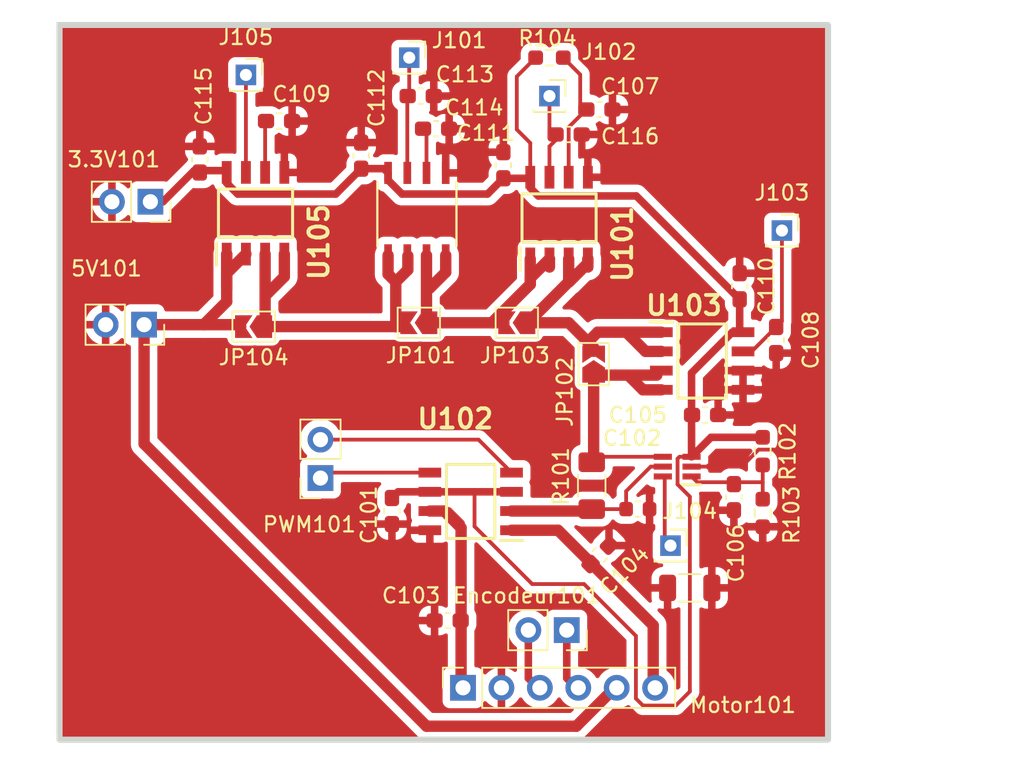
<source format=kicad_pcb>
(kicad_pcb (version 20221018) (generator pcbnew)
  (layers (0 "F.Cu" signal) (31 "B.Cu" signal) (34 "B.Paste" user) (35 "F.Paste" user) (36 "B.SilkS" user "B.Silkscreen") (37 "F.SilkS" user "F.Silkscreen") (38 "B.Mask" user) (39 "F.Mask" user) (44 "Edge.Cuts" user))
  (net 0 "")
  (net 1 "+3.3V")
  (net 2 "+5V")
  (net 3 "GND")
  (net 4 "/M2_VM")
  (net 5 "/REF")
  (net 6 "Net-(U101-FILTER)")
  (net 7 "/Imes")
  (net 8 "/Uref")
  (net 9 "/OutNCS199")
  (net 10 "Net-(PWM101-Pin_1)")
  (net 11 "Net-(PWM101-Pin_2)")
  (net 12 "Net-(U105-FILTER)")
  (net 13 "/Motor-")
  (net 14 "/Motor+")
  (net 15 "/IP")
  (net 16 "/IP2")
  (net 17 "Net-(Encodeur101-Pin_1)")
  (net 18 "Net-(Encodeur101-Pin_2)")
  (net 19 "Net-(J102-Pin_1)")
  (net 20 "Net-(J103-Pin_1)")
  (net 21 "Net-(IC101-IN+)")
  (net 22 "/MCS18001")
  (net 23 "Net-(JP101-B)")
  (footprint "Connector_PinSocket_2.54mm:PinSocket_1x02_P2.54mm_Vertical" (layer "F.Cu") (at 105.512 95.357 180)
    (fp_text reference "PWM101" (at 0.737 -3.068) (layer "F.SilkS"))
    (fp_text value "Conn_01x02" hide)
    (fp_line (start -1.33 1.27) (end -1.33 3.87) (stroke (width 0.12)) (layer "F.SilkS"))
    (fp_line (start -1.33 1.27) (end 1.33 1.27) (stroke (width 0.12)) (layer "F.SilkS"))
    (fp_line (start -1.33 3.87) (end 1.33 3.87) (stroke (width 0.12)) (layer "F.SilkS"))
    (fp_line (start 0 -1.33) (end 1.33 -1.33) (stroke (width 0.12)) (layer "F.SilkS"))
    (fp_line (start 1.33 -1.33) (end 1.33 0) (stroke (width 0.12)) (layer "F.SilkS"))
    (fp_line (start 1.33 1.27) (end 1.33 3.87) (stroke (width 0.12)) (layer "F.SilkS"))
    (pad "1" thru_hole rect (at 0 0 180) (size 1.7 1.7) (drill 1) (layers "*.Cu" "*.Mask") (net 10 "Net-(PWM101-Pin_1)"))
    (pad "2" thru_hole oval (at 0 2.54 180) (size 1.7 1.7) (drill 1) (layers "*.Cu" "*.Mask") (net 11 "Net-(PWM101-Pin_2)"))
  )
  (footprint "Capacitor_SMD:C_0603_1608Metric_Pad1.08x0.95mm_HandSolder" (layer "F.Cu") (at 110.236 97.536 -90)
    (fp_text reference "C101" (at 0.254 1.524 90) (layer "F.SilkS"))
    (fp_text value "1uF" hide)
    (fp_line (start -0.146267 -0.51) (end 0.146267 -0.51) (stroke (width 0.12)) (layer "F.SilkS"))
    (fp_line (start -0.146267 0.51) (end 0.146267 0.51) (stroke (width 0.12)) (layer "F.SilkS"))
    (pad "1" smd roundrect (at -0.8625 0 270) (size 1.075 0.95) (layers "F.Cu" "F.Paste" "F.Mask") (net 1 "+3.3V"))
    (pad "2" smd roundrect (at 0.8625 0 270) (size 1.075 0.95) (layers "F.Cu" "F.Paste" "F.Mask") (net 3 "GND"))
  )
  (footprint "Connector_PinSocket_2.00mm:PinSocket_1x01_P2.00mm_Vertical" (layer "F.Cu") (at 120.65 70.104)
    (fp_text reference "J102" (at 3.937 -2.921) (layer "F.SilkS"))
    (fp_text value "Conn_01x01" hide)
    (fp_line (start -1.06 0.94) (end -1.06 1.06) (stroke (width 0.12)) (layer "F.SilkS"))
    (fp_line (start -1.06 1.06) (end 1.06 1.06) (stroke (width 0.12)) (layer "F.SilkS"))
    (fp_line (start 0 -1.06) (end 1.06 -1.06) (stroke (width 0.12)) (layer "F.SilkS"))
    (fp_line (start 1.06 -1.06) (end 1.06 0) (stroke (width 0.12)) (layer "F.SilkS"))
    (fp_line (start 1.06 0.94) (end 1.06 1.06) (stroke (width 0.12)) (layer "F.SilkS"))
    (pad "1" thru_hole rect (at 0 0) (size 1.35 1.35) (drill 0.8) (layers "*.Cu" "*.Mask") (net 19 "Net-(J102-Pin_1)"))
  )
  (footprint "Jumper:SolderJumper-2_P1.3mm_Open_TrianglePad1.0x1.5mm" (layer "F.Cu") (at 101.092 85.344 180)
    (fp_text reference "JP104" (at 0 -2.032) (layer "F.SilkS"))
    (fp_text value "SolderJumper_2_Open" hide)
    (fp_line (start -1.4 -1) (end 1.4 -1) (stroke (width 0.12)) (layer "F.SilkS"))
    (fp_line (start -1.4 1) (end -1.4 -1) (stroke (width 0.12)) (layer "F.SilkS"))
    (fp_line (start 1.4 -1) (end 1.4 1) (stroke (width 0.12)) (layer "F.SilkS"))
    (fp_line (start 1.4 1) (end -1.4 1) (stroke (width 0.12)) (layer "F.SilkS"))
    (pad "1" smd custom (at -0.725 0 180) (size 0.3 0.3) (layers "F.Cu" "F.Mask") (net 23 "Net-(JP101-B)") (options (clearance outline) (anchor rect)) (primitives (gr_poly (pts (xy 1 0) (xy 0.5 0.75) (xy -0.5 0.75) (xy -0.5 -0.75) (xy 0.5 -0.75)) (width 0) (fill yes))))
    (pad "2" smd custom (at 0.725 0 180) (size 0.3 0.3) (layers "F.Cu" "F.Mask") (net 2 "+5V") (options (clearance outline) (anchor rect)) (primitives (gr_poly (pts (xy 0.5 0.75) (xy -0.65 0.75) (xy -0.15 0) (xy -0.65 -0.75) (xy 0.5 -0.75)) (width 0) (fill yes))))
  )
  (footprint "Connector_PinSocket_2.54mm:PinSocket_1x02_P2.54mm_Vertical" (layer "F.Cu") (at 93.853 85.217 -90)
    (fp_text reference "5V101" (at -3.708 2.487) (layer "F.SilkS"))
    (fp_text value "Conn_01x02" hide)
    (fp_line (start -1.33 1.27) (end -1.33 3.87) (stroke (width 0.12)) (layer "F.SilkS"))
    (fp_line (start -1.33 1.27) (end 1.33 1.27) (stroke (width 0.12)) (layer "F.SilkS"))
    (fp_line (start -1.33 3.87) (end 1.33 3.87) (stroke (width 0.12)) (layer "F.SilkS"))
    (fp_line (start 0 -1.33) (end 1.33 -1.33) (stroke (width 0.12)) (layer "F.SilkS"))
    (fp_line (start 1.33 -1.33) (end 1.33 0) (stroke (width 0.12)) (layer "F.SilkS"))
    (fp_line (start 1.33 1.27) (end 1.33 3.87) (stroke (width 0.12)) (layer "F.SilkS"))
    (pad "1" thru_hole rect (at 0 0 270) (size 1.7 1.7) (drill 1) (layers "*.Cu" "*.Mask") (net 2 "+5V"))
    (pad "2" thru_hole oval (at 0 2.54 270) (size 1.7 1.7) (drill 1) (layers "*.Cu" "*.Mask") (net 3 "GND"))
  )
  (footprint "test:SOIC8-GO-SME&slash_SP3_LEM" (layer "F.Cu") (at 111.887 77.90815 90)
    (fp_text reference "U104" hide)
    (fp_text value "GO 10-SME/SP3" hide)
    (fp_line (start -2.1209 2.6162) (end 2.1209 2.6162) (stroke (width 0.1524)) (layer "F.SilkS"))
    (fp_line (start 2.1209 -2.6162) (end -2.1209 -2.6162) (stroke (width 0.1524)) (layer "F.SilkS"))
    (pad "1" smd rect (at -2.72415 -1.905 90) (size 1.4605 0.508) (layers "F.Cu" "F.Paste" "F.Mask") (net 23 "Net-(JP101-B)"))
    (pad "2" smd rect (at -2.72415 -0.635 90) (size 1.4605 0.508) (layers "F.Cu" "F.Paste" "F.Mask") (net 23 "Net-(JP101-B)"))
    (pad "3" smd rect (at -2.72415 0.635 90) (size 1.4605 0.508) (layers "F.Cu" "F.Paste" "F.Mask") (net 15 "/IP"))
    (pad "4" smd rect (at -2.72415 1.905 90) (size 1.4605 0.508) (layers "F.Cu" "F.Paste" "F.Mask") (net 15 "/IP"))
    (pad "5" smd rect (at 2.72415 1.905 90) (size 1.4605 0.508) (layers "F.Cu" "F.Paste" "F.Mask") (net 3 "GND"))
    (pad "6" smd rect (at 2.72415 0.635 90) (size 1.4605 0.508) (layers "F.Cu" "F.Paste" "F.Mask") (net 8 "/Uref"))
    (pad "7" smd rect (at 2.72415 -0.635 90) (size 1.4605 0.508) (layers "F.Cu" "F.Paste" "F.Mask") (net 7 "/Imes"))
    (pad "8" smd rect (at 2.72415 -1.905 90) (size 1.4605 0.508) (layers "F.Cu" "F.Paste" "F.Mask") (net 1 "+3.3V"))
  )
  (footprint "Connector_PinSocket_2.54mm:PinSocket_1x02_P2.54mm_Vertical" (layer "F.Cu") (at 121.793 105.41 -90)
    (fp_text reference "Encodeur101" (at -2.286 2.667 -180) (layer "F.SilkS"))
    (fp_text value "Conn_01x02" hide)
    (fp_line (start -1.33 1.27) (end -1.33 3.87) (stroke (width 0.12)) (layer "F.SilkS"))
    (fp_line (start -1.33 1.27) (end 1.33 1.27) (stroke (width 0.12)) (layer "F.SilkS"))
    (fp_line (start -1.33 3.87) (end 1.33 3.87) (stroke (width 0.12)) (layer "F.SilkS"))
    (fp_line (start 0 -1.33) (end 1.33 -1.33) (stroke (width 0.12)) (layer "F.SilkS"))
    (fp_line (start 1.33 -1.33) (end 1.33 0) (stroke (width 0.12)) (layer "F.SilkS"))
    (fp_line (start 1.33 1.27) (end 1.33 3.87) (stroke (width 0.12)) (layer "F.SilkS"))
    (pad "1" thru_hole rect (at 0 0 270) (size 1.7 1.7) (drill 1) (layers "*.Cu" "*.Mask") (net 17 "Net-(Encodeur101-Pin_1)"))
    (pad "2" thru_hole oval (at 0 2.54 270) (size 1.7 1.7) (drill 1) (layers "*.Cu" "*.Mask") (net 18 "Net-(Encodeur101-Pin_2)"))
  )
  (footprint "Capacitor_SMD:C_0603_1608Metric_Pad1.08x0.95mm_HandSolder" (layer "F.Cu") (at 133.223 82.677 -90)
    (fp_text reference "C110" (at 0 -1.778 90) (layer "F.SilkS"))
    (fp_text value "100nF" hide)
    (fp_line (start -0.146267 -0.51) (end 0.146267 -0.51) (stroke (width 0.12)) (layer "F.SilkS"))
    (fp_line (start -0.146267 0.51) (end 0.146267 0.51) (stroke (width 0.12)) (layer "F.SilkS"))
    (pad "1" smd roundrect (at -0.8625 0 270) (size 1.075 0.95) (layers "F.Cu" "F.Paste" "F.Mask") (net 3 "GND"))
    (pad "2" smd roundrect (at 0.8625 0 270) (size 1.075 0.95) (layers "F.Cu" "F.Paste" "F.Mask") (net 1 "+3.3V"))
  )
  (footprint "Resistor_SMD:R_1206_3216Metric" (layer "F.Cu") (at 129.921 102.616)
    (fp_text reference "GND" hide)
    (fp_text value "R_1206_3216Metric" hide)
    (fp_line (start -0.727064 -0.91) (end 0.727064 -0.91) (stroke (width 0.12)) (layer "F.SilkS"))
    (fp_line (start -0.727064 0.91) (end 0.727064 0.91) (stroke (width 0.12)) (layer "F.SilkS"))
    (pad "1" smd roundrect (at -1.4625 0) (size 1.125 1.75) (layers "F.Cu" "F.Paste" "F.Mask") (roundrect_rratio 0.2222222222) (net 3 "GND"))
    (pad "GND" smd roundrect (at 1.4625 0) (size 1.125 1.75) (layers "F.Cu" "F.Paste" "F.Mask") (roundrect_rratio 0.2222222222) (net 3 "GND"))
  )
  (footprint "Connector_PinSocket_2.54mm:PinSocket_1x06_P2.54mm_Vertical" (layer "F.Cu") (at 114.935 109.22 90)
    (fp_text reference "Motor101" (at -1.143 18.502 180) (layer "F.SilkS"))
    (fp_text value "Conn_01x06" hide)
    (fp_line (start -1.33 1.27) (end -1.33 14.03) (stroke (width 0.12)) (layer "F.SilkS"))
    (fp_line (start -1.33 1.27) (end 1.33 1.27) (stroke (width 0.12)) (layer "F.SilkS"))
    (fp_line (start -1.33 14.03) (end 1.33 14.03) (stroke (width 0.12)) (layer "F.SilkS"))
    (fp_line (start 0 -1.33) (end 1.33 -1.33) (stroke (width 0.12)) (layer "F.SilkS"))
    (fp_line (start 1.33 -1.33) (end 1.33 0) (stroke (width 0.12)) (layer "F.SilkS"))
    (fp_line (start 1.33 1.27) (end 1.33 14.03) (stroke (width 0.12)) (layer "F.SilkS"))
    (pad "1" thru_hole rect (at 0 0 90) (size 1.7 1.7) (drill 1) (layers "*.Cu" "*.Mask") (net 13 "/Motor-"))
    (pad "2" thru_hole oval (at 0 2.54 90) (size 1.7 1.7) (drill 1) (layers "*.Cu" "*.Mask") (net 3 "GND"))
    (pad "3" thru_hole oval (at 0 5.08 90) (size 1.7 1.7) (drill 1) (layers "*.Cu" "*.Mask") (net 18 "Net-(Encodeur101-Pin_2)"))
    (pad "4" thru_hole oval (at 0 7.62 90) (size 1.7 1.7) (drill 1) (layers "*.Cu" "*.Mask") (net 17 "Net-(Encodeur101-Pin_1)"))
    (pad "5" thru_hole oval (at 0 10.16 90) (size 1.7 1.7) (drill 1) (layers "*.Cu" "*.Mask") (net 2 "+5V"))
    (pad "6" thru_hole oval (at 0 12.7 90) (size 1.7 1.7) (drill 1) (layers "*.Cu" "*.Mask") (net 14 "/Motor+"))
  )
  (footprint "test:SOIC127P600X175-8N" (layer "F.Cu") (at 121.285 78.17 90)
    (fp_text reference "U101" (at -1.713 4.191 90) (layer "F.SilkS") (effects (font (size 1.27 1.27) (thickness 0.254))))
    (fp_text value "ACS711" hide)
    (fp_line (start -3.45 -2.58) (end -1.95 -2.58) (stroke (width 0.2)) (layer "F.SilkS"))
    (fp_line (start -1.6 -2.45) (end 1.6 -2.45) (stroke (width 0.2)) (layer "F.SilkS"))
    (fp_line (start -1.6 2.45) (end -1.6 -2.45) (stroke (width 0.2)) (layer "F.SilkS"))
    (fp_line (start 1.6 -2.45) (end 1.6 2.45) (stroke (width 0.2)) (layer "F.SilkS"))
    (fp_line (start 1.6 2.45) (end -1.6 2.45) (stroke (width 0.2)) (layer "F.SilkS"))
    (pad "1" smd rect (at -2.7 -1.905 180) (size 0.65 1.5) (layers "F.Cu" "F.Paste" "F.Mask") (net 15 "/IP"))
    (pad "2" smd rect (at -2.7 -0.635 180) (size 0.65 1.5) (layers "F.Cu" "F.Paste" "F.Mask") (net 15 "/IP"))
    (pad "3" smd rect (at -2.7 0.635 180) (size 0.65 1.5) (layers "F.Cu" "F.Paste" "F.Mask") (net 16 "/IP2"))
    (pad "4" smd rect (at -2.7 1.905 180) (size 0.65 1.5) (layers "F.Cu" "F.Paste" "F.Mask") (net 16 "/IP2"))
    (pad "5" smd rect (at 2.7 1.905 180) (size 0.65 1.5) (layers "F.Cu" "F.Paste" "F.Mask") (net 3 "GND"))
    (pad "6" smd rect (at 2.7 0.635 180) (size 0.65 1.5) (layers "F.Cu" "F.Paste" "F.Mask") (net 6 "Net-(U101-FILTER)"))
    (pad "7" smd rect (at 2.7 -0.635 180) (size 0.65 1.5) (layers "F.Cu" "F.Paste" "F.Mask") (net 19 "Net-(J102-Pin_1)"))
    (pad "8" smd rect (at 2.7 -1.905 180) (size 0.65 1.5) (layers "F.Cu" "F.Paste" "F.Mask") (net 1 "+3.3V"))
  )
  (footprint "Jumper:SolderJumper-2_P1.3mm_Open_TrianglePad1.0x1.5mm" (layer "F.Cu") (at 123.571 87.827 90)
    (fp_text reference "JP102" (at -1.835 -1.905 90) (layer "F.SilkS"))
    (fp_text value "SolderJumper_2_Open" hide)
    (fp_line (start -1.4 -1) (end 1.4 -1) (stroke (width 0.12)) (layer "F.SilkS"))
    (fp_line (start -1.4 1) (end -1.4 -1) (stroke (width 0.12)) (layer "F.SilkS"))
    (fp_line (start 1.4 -1) (end 1.4 1) (stroke (width 0.12)) (layer "F.SilkS"))
    (fp_line (start 1.4 1) (end -1.4 1) (stroke (width 0.12)) (layer "F.SilkS"))
    (pad "1" smd custom (at -0.725 0 90) (size 0.3 0.3) (layers "F.Cu" "F.Mask") (net 21 "Net-(IC101-IN+)") (options (clearance outline) (anchor rect)) (primitives (gr_poly (pts (xy 1 0) (xy 0.5 0.75) (xy -0.5 0.75) (xy -0.5 -0.75) (xy 0.5 -0.75)) (width 0) (fill yes))))
    (pad "2" smd custom (at 0.725 0 90) (size 0.3 0.3) (layers "F.Cu" "F.Mask") (net 16 "/IP2") (options (clearance outline) (anchor rect)) (primitives (gr_poly (pts (xy 0.5 0.75) (xy -0.65 0.75) (xy -0.15 0) (xy -0.65 -0.75) (xy 0.5 -0.75)) (width 0) (fill yes))))
  )
  (footprint "Capacitor_SMD:C_0603_1608Metric_Pad1.08x0.95mm_HandSolder" (layer "F.Cu") (at 123.952 70.993 180)
    (fp_text reference "C107" (at -2.032 1.524) (layer "F.SilkS"))
    (fp_text value "100nF" hide)
    (fp_line (start -0.146267 -0.51) (end 0.146267 -0.51) (stroke (width 0.12)) (layer "F.SilkS"))
    (fp_line (start -0.146267 0.51) (end 0.146267 0.51) (stroke (width 0.12)) (layer "F.SilkS"))
    (pad "1" smd roundrect (at -0.8625 0 180) (size 1.075 0.95) (layers "F.Cu" "F.Paste" "F.Mask") (net 3 "GND"))
    (pad "2" smd roundrect (at 0.8625 0 180) (size 1.075 0.95) (layers "F.Cu" "F.Paste" "F.Mask") (net 6 "Net-(U101-FILTER)"))
  )
  (footprint "Resistor_SMD:R_0603_1608Metric_Pad0.98x0.95mm_HandSolder" (layer "F.Cu") (at 120.65 67.564)
    (fp_text reference "R104" (at -0.127 -1.27) (layer "F.SilkS"))
    (fp_text value "1K" hide)
    (fp_line (start -0.254724 -0.5225) (end 0.254724 -0.5225) (stroke (width 0.12)) (layer "F.SilkS"))
    (fp_line (start -0.254724 0.5225) (end 0.254724 0.5225) (stroke (width 0.12)) (layer "F.SilkS"))
    (pad "1" smd roundrect (at -0.9125 0) (size 0.975 0.95) (layers "F.Cu" "F.Paste" "F.Mask") (net 1 "+3.3V"))
    (pad "2" smd roundrect (at 0.9125 0) (size 0.975 0.95) (layers "F.Cu" "F.Paste" "F.Mask") (net 6 "Net-(U101-FILTER)"))
  )
  (footprint "test:SOIC127P600X175-8N" (layer "F.Cu") (at 101.219 77.851 90)
    (fp_text reference "U105" (at -1.905 4.191 90) (layer "F.SilkS") (effects (font (size 1.27 1.27) (thickness 0.254))))
    (fp_text value "MSC1801" hide)
    (fp_line (start -3.45 -2.58) (end -1.95 -2.58) (stroke (width 0.2)) (layer "F.SilkS"))
    (fp_line (start -1.6 -2.45) (end 1.6 -2.45) (stroke (width 0.2)) (layer "F.SilkS"))
    (fp_line (start -1.6 2.45) (end -1.6 -2.45) (stroke (width 0.2)) (layer "F.SilkS"))
    (fp_line (start 1.6 -2.45) (end 1.6 2.45) (stroke (width 0.2)) (layer "F.SilkS"))
    (fp_line (start 1.6 2.45) (end -1.6 2.45) (stroke (width 0.2)) (layer "F.SilkS"))
    (pad "1" smd rect (at -2.7 -1.905 180) (size 0.65 1.5) (layers "F.Cu" "F.Paste" "F.Mask") (net 2 "+5V"))
    (pad "2" smd rect (at -2.7 -0.635 180) (size 0.65 1.5) (layers "F.Cu" "F.Paste" "F.Mask") (net 2 "+5V"))
    (pad "3" smd rect (at -2.7 0.635 180) (size 0.65 1.5) (layers "F.Cu" "F.Paste" "F.Mask") (net 23 "Net-(JP101-B)"))
    (pad "4" smd rect (at -2.7 1.905 180) (size 0.65 1.5) (layers "F.Cu" "F.Paste" "F.Mask") (net 23 "Net-(JP101-B)"))
    (pad "5" smd rect (at 2.7 1.905 180) (size 0.65 1.5) (layers "F.Cu" "F.Paste" "F.Mask") (net 3 "GND"))
    (pad "6" smd rect (at 2.7 0.635 180) (size 0.65 1.5) (layers "F.Cu" "F.Paste" "F.Mask") (net 12 "Net-(U105-FILTER)"))
    (pad "7" smd rect (at 2.7 -0.635 180) (size 0.65 1.5) (layers "F.Cu" "F.Paste" "F.Mask") (net 22 "/MCS18001"))
    (pad "8" smd rect (at 2.7 -1.905 180) (size 0.65 1.5) (layers "F.Cu" "F.Paste" "F.Mask") (net 1 "+3.3V"))
  )
  (footprint "Resistor_SMD:R_0603_1608Metric_Pad0.98x0.95mm_HandSolder" (layer "F.Cu") (at 134.747 97.663 -90)
    (fp_text reference "R103" (at 0.127 -1.905 90) (layer "F.SilkS"))
    (fp_text value "100k" hide)
    (fp_line (start -0.254724 -0.5225) (end 0.254724 -0.5225) (stroke (width 0.12)) (layer "F.SilkS"))
    (fp_line (start -0.254724 0.5225) (end 0.254724 0.5225) (stroke (width 0.12)) (layer "F.SilkS"))
    (pad "1" smd roundrect (at -0.9125 0 270) (size 0.975 0.95) (layers "F.Cu" "F.Paste" "F.Mask") (net 5 "/REF"))
    (pad "2" smd roundrect (at 0.9125 0 270) (size 0.975 0.95) (layers "F.Cu" "F.Paste" "F.Mask") (net 3 "GND"))
  )
  (footprint "Connector_PinSocket_2.00mm:PinSocket_1x01_P2.00mm_Vertical" (layer "F.Cu") (at 128.651 99.822)
    (fp_text reference "J104" (at 1.27 -2.286) (layer "F.SilkS"))
    (fp_text value "Conn_01x01" hide)
    (fp_line (start -1.06 0.94) (end -1.06 1.06) (stroke (width 0.12)) (layer "F.SilkS"))
    (fp_line (start -1.06 1.06) (end 1.06 1.06) (stroke (width 0.12)) (layer "F.SilkS"))
    (fp_line (start 0 -1.06) (end 1.06 -1.06) (stroke (width 0.12)) (layer "F.SilkS"))
    (fp_line (start 1.06 -1.06) (end 1.06 0) (stroke (width 0.12)) (layer "F.SilkS"))
    (fp_line (start 1.06 0.94) (end 1.06 1.06) (stroke (width 0.12)) (layer "F.SilkS"))
    (pad "1" thru_hole rect (at 0 0) (size 1.35 1.35) (drill 0.8) (layers "*.Cu" "*.Mask") (net 9 "/OutNCS199"))
  )
  (footprint "Resistor_SMD:R_1206_3216Metric_Pad1.30x1.75mm_HandSolder" (layer "F.Cu") (at 123.444 95.859 -90)
    (fp_text reference "R101" (at -0.609 2.032 90) (layer "F.SilkS"))
    (fp_text value "0.015" hide)
    (fp_line (start -0.727064 -0.91) (end 0.727064 -0.91) (stroke (width 0.12)) (layer "F.SilkS"))
    (fp_line (start -0.727064 0.91) (end 0.727064 0.91) (stroke (width 0.12)) (layer "F.SilkS"))
    (pad "1" smd roundrect (at -1.55 0 270) (size 1.3 1.75) (layers "F.Cu" "F.Paste" "F.Mask") (roundrect_rratio 0.1923076923) (net 21 "Net-(IC101-IN+)"))
    (pad "2" smd roundrect (at 1.55 0 270) (size 1.3 1.75) (layers "F.Cu" "F.Paste" "F.Mask") (roundrect_rratio 0.1923076923) (net 4 "/M2_VM"))
  )
  (footprint "Capacitor_SMD:C_0603_1608Metric_Pad1.08x0.95mm_HandSolder" (layer "F.Cu") (at 112.141 70.104)
    (fp_text reference "C113" (at 2.921 -1.43) (layer "F.SilkS"))
    (fp_text value "4.7n" hide)
    (fp_line (start -0.146267 -0.51) (end 0.146267 -0.51) (stroke (width 0.12)) (layer "F.SilkS"))
    (fp_line (start -0.146267 0.51) (end 0.146267 0.51) (stroke (width 0.12)) (layer "F.SilkS"))
    (pad "1" smd roundrect (at -0.8625 0) (size 1.075 0.95) (layers "F.Cu" "F.Paste" "F.Mask") (net 7 "/Imes"))
    (pad "2" smd roundrect (at 0.8625 0) (size 1.075 0.95) (layers "F.Cu" "F.Paste" "F.Mask") (net 3 "GND"))
  )
  (footprint "Capacitor_SMD:C_0603_1608Metric_Pad1.08x0.95mm_HandSolder" (layer "F.Cu") (at 108.204 74.041 90)
    (fp_text reference "C112" (at 3.81 1.016 90) (layer "F.SilkS"))
    (fp_text value "4.7n" hide)
    (fp_line (start -0.146267 -0.51) (end 0.146267 -0.51) (stroke (width 0.12)) (layer "F.SilkS"))
    (fp_line (start -0.146267 0.51) (end 0.146267 0.51) (stroke (width 0.12)) (layer "F.SilkS"))
    (pad "1" smd roundrect (at -0.8625 0 90) (size 1.075 0.95) (layers "F.Cu" "F.Paste" "F.Mask") (net 1 "+3.3V"))
    (pad "2" smd roundrect (at 0.8625 0 90) (size 1.075 0.95) (layers "F.Cu" "F.Paste" "F.Mask") (net 3 "GND"))
  )
  (footprint "Capacitor_SMD:C_0603_1608Metric_Pad1.08x0.95mm_HandSolder" (layer "F.Cu") (at 113.919 104.775)
    (fp_text reference "C103" (at -2.413 -1.651) (layer "F.SilkS"))
    (fp_text value "1uF" hide)
    (fp_line (start -0.146267 -0.51) (end 0.146267 -0.51) (stroke (width 0.12)) (layer "F.SilkS"))
    (fp_line (start -0.146267 0.51) (end 0.146267 0.51) (stroke (width 0.12)) (layer "F.SilkS"))
    (pad "1" smd roundrect (at -0.8625 0) (size 1.075 0.95) (layers "F.Cu" "F.Paste" "F.Mask") (net 3 "GND"))
    (pad "2" smd roundrect (at 0.8625 0) (size 1.075 0.95) (layers "F.Cu" "F.Paste" "F.Mask") (net 13 "/Motor-"))
  )
  (footprint "Connector_PinSocket_2.54mm:PinSocket_1x02_P2.54mm_Vertical" (layer "F.Cu") (at 94.267 77.089 -90)
    (fp_text reference "3.3V101" (at -2.794 2.413 -180) (layer "F.SilkS"))
    (fp_text value "Conn_01x02" hide)
    (fp_line (start -1.33 1.27) (end -1.33 3.87) (stroke (width 0.12)) (layer "F.SilkS"))
    (fp_line (start -1.33 1.27) (end 1.33 1.27) (stroke (width 0.12)) (layer "F.SilkS"))
    (fp_line (start -1.33 3.87) (end 1.33 3.87) (stroke (width 0.12)) (layer "F.SilkS"))
    (fp_line (start 0 -1.33) (end 1.33 -1.33) (stroke (width 0.12)) (layer "F.SilkS"))
    (fp_line (start 1.33 -1.33) (end 1.33 0) (stroke (width 0.12)) (layer "F.SilkS"))
    (fp_line (start 1.33 1.27) (end 1.33 3.87) (stroke (width 0.12)) (layer "F.SilkS"))
    (pad "1" thru_hole rect (at 0 0 270) (size 1.7 1.7) (drill 1) (layers "*.Cu" "*.Mask") (net 1 "+3.3V"))
    (pad "2" thru_hole oval (at 0 2.54 270) (size 1.7 1.7) (drill 1) (layers "*.Cu" "*.Mask") (net 3 "GND"))
  )
  (footprint "test:SOIC127P600X175-8N" (layer "F.Cu") (at 115.443 96.901 180)
    (fp_text reference "U102" (at 1.016 5.461) (layer "F.SilkS") (effects (font (size 1.27 1.27) (thickness 0.254))))
    (fp_text value "ZXBM5210-S" hide)
    (fp_line (start -3.45 -2.58) (end -1.95 -2.58) (stroke (width 0.2)) (layer "F.SilkS"))
    (fp_line (start -1.6 -2.45) (end 1.6 -2.45) (stroke (width 0.2)) (layer "F.SilkS"))
    (fp_line (start -1.6 2.45) (end -1.6 -2.45) (stroke (width 0.2)) (layer "F.SilkS"))
    (fp_line (start 1.6 -2.45) (end 1.6 2.45) (stroke (width 0.2)) (layer "F.SilkS"))
    (fp_line (start 1.6 2.45) (end -1.6 2.45) (stroke (width 0.2)) (layer "F.SilkS"))
    (pad "1" smd rect (at -2.7 -1.905 270) (size 0.65 1.5) (layers "F.Cu" "F.Paste" "F.Mask") (net 14 "/Motor+"))
    (pad "2" smd rect (at -2.7 -0.635 270) (size 0.65 1.5) (layers "F.Cu" "F.Paste" "F.Mask") (net 4 "/M2_VM"))
    (pad "3" smd rect (at -2.7 0.635 270) (size 0.65 1.5) (layers "F.Cu" "F.Paste" "F.Mask") (net 1 "+3.3V"))
    (pad "4" smd rect (at -2.7 1.905 270) (size 0.65 1.5) (layers "F.Cu" "F.Paste" "F.Mask") (net 11 "Net-(PWM101-Pin_2)"))
    (pad "5" smd rect (at 2.7 1.905 270) (size 0.65 1.5) (layers "F.Cu" "F.Paste" "F.Mask") (net 10 "Net-(PWM101-Pin_1)"))
    (pad "6" smd rect (at 2.7 0.635 270) (size 0.65 1.5) (layers "F.Cu" "F.Paste" "F.Mask") (net 1 "+3.3V"))
    (pad "7" smd rect (at 2.7 -0.635 270) (size 0.65 1.5) (layers "F.Cu" "F.Paste" "F.Mask") (net 13 "/Motor-"))
    (pad "8" smd rect (at 2.7 -1.905 270) (size 0.65 1.5) (layers "F.Cu" "F.Paste" "F.Mask") (net 3 "GND"))
  )
  (footprint "Capacitor_SMD:C_0603_1608Metric_Pad1.08x0.95mm_HandSolder" (layer "F.Cu") (at 123.97712 100.43188 45)
    (fp_text reference "C104" (at 0.413488 1.885854 45) (layer "F.SilkS"))
    (fp_text value "1uF" hide)
    (fp_line (start -0.146267 -0.51) (end 0.146267 -0.51) (stroke (width 0.12)) (layer "F.SilkS"))
    (fp_line (start -0.146267 0.51) (end 0.146267 0.51) (stroke (width 0.12)) (layer "F.SilkS"))
    (pad "1" smd roundrect (at -0.8625 0 45) (size 1.075 0.95) (layers "F.Cu" "F.Paste" "F.Mask") (net 14 "/Motor+"))
    (pad "2" smd roundrect (at 0.8625 0 45) (size 1.075 0.95) (layers "F.Cu" "F.Paste" "F.Mask") (net 3 "GND"))
  )
  (footprint "Capacitor_SMD:C_0603_1608Metric_Pad1.08x0.95mm_HandSolder" (layer "F.Cu") (at 132.842 96.6205 90)
    (fp_text reference "C106" (at -3.7095 0.127 90) (layer "F.SilkS"))
    (fp_text value "100nF" hide)
    (fp_line (start -0.146267 -0.51) (end 0.146267 -0.51) (stroke (width 0.12)) (layer "F.SilkS"))
    (fp_line (start -0.146267 0.51) (end 0.146267 0.51) (stroke (width 0.12)) (layer "F.SilkS"))
    (pad "1" smd roundrect (at -0.8625 0 90) (size 1.075 0.95) (layers "F.Cu" "F.Paste" "F.Mask") (net 3 "GND"))
    (pad "2" smd roundrect (at 0.8625 0 90) (size 1.075 0.95) (layers "F.Cu" "F.Paste" "F.Mask") (net 5 "/REF"))
  )
  (footprint "Capacitor_SMD:C_0603_1608Metric_Pad1.08x0.95mm_HandSolder" (layer "F.Cu") (at 135.636 86.233 90)
    (fp_text reference "C108" (at 0 2.286 90) (layer "F.SilkS"))
    (fp_text value "1nF" hide)
    (fp_line (start -0.146267 -0.51) (end 0.146267 -0.51) (stroke (width 0.12)) (layer "F.SilkS"))
    (fp_line (start -0.146267 0.51) (end 0.146267 0.51) (stroke (width 0.12)) (layer "F.SilkS"))
    (pad "1" smd roundrect (at -0.8625 0 90) (size 1.075 0.95) (layers "F.Cu" "F.Paste" "F.Mask") (net 3 "GND"))
    (pad "2" smd roundrect (at 0.8625 0 90) (size 1.075 0.95) (layers "F.Cu" "F.Paste" "F.Mask") (net 20 "Net-(J103-Pin_1)"))
  )
  (footprint "Capacitor_SMD:C_0603_1608Metric_Pad1.08x0.95mm_HandSolder" (layer "F.Cu") (at 113.157 72.263)
    (fp_text reference "C114" (at 2.5135 -1.397 180) (layer "F.SilkS"))
    (fp_text value "4.7n" hide)
    (fp_line (start -0.146267 -0.51) (end 0.146267 -0.51) (stroke (width 0.12)) (layer "F.SilkS"))
    (fp_line (start -0.146267 0.51) (end 0.146267 0.51) (stroke (width 0.12)) (layer "F.SilkS"))
    (pad "1" smd roundrect (at -0.8625 0) (size 1.075 0.95) (layers "F.Cu" "F.Paste" "F.Mask") (net 8 "/Uref"))
    (pad "2" smd roundrect (at 0.8625 0) (size 1.075 0.95) (layers "F.Cu" "F.Paste" "F.Mask") (net 3 "GND"))
  )
  (footprint "Capacitor_SMD:C_0603_1608Metric_Pad1.08x0.95mm_HandSolder" (layer "F.Cu") (at 102.776 71.755 180)
    (fp_text reference "C109" (at -1.491 1.778) (layer "F.SilkS"))
    (fp_text value "100nF" hide)
    (fp_line (start -0.146267 -0.51) (end 0.146267 -0.51) (stroke (width 0.12)) (layer "F.SilkS"))
    (fp_line (start -0.146267 0.51) (end 0.146267 0.51) (stroke (width 0.12)) (layer "F.SilkS"))
    (pad "1" smd roundrect (at -0.8625 0 180) (size 1.075 0.95) (layers "F.Cu" "F.Paste" "F.Mask") (net 3 "GND"))
    (pad "2" smd roundrect (at 0.8625 0 180) (size 1.075 0.95) (layers "F.Cu" "F.Paste" "F.Mask") (net 12 "Net-(U105-FILTER)"))
  )
  (footprint "Capacitor_SMD:C_0603_1608Metric_Pad1.08x0.95mm_HandSolder" (layer "F.Cu") (at 130.937 91.186)
    (fp_text reference "C105" (at -4.445 0) (layer "F.SilkS"))
    (fp_text value "100nF" hide)
    (fp_line (start -0.146267 -0.51) (end 0.146267 -0.51) (stroke (width 0.12)) (layer "F.SilkS"))
    (fp_line (start -0.146267 0.51) (end 0.146267 0.51) (stroke (width 0.12)) (layer "F.SilkS"))
    (pad "1" smd roundrect (at -0.8625 0) (size 1.075 0.95) (layers "F.Cu" "F.Paste" "F.Mask") (net 1 "+3.3V"))
    (pad "2" smd roundrect (at 0.8625 0) (size 1.075 0.95) (layers "F.Cu" "F.Paste" "F.Mask") (net 3 "GND"))
  )
  (footprint "Capacitor_SMD:C_0603_1608Metric" (layer "F.Cu") (at 126.492 97.409)
    (fp_text reference "C102" (at -0.381 -4.699) (layer "F.SilkS"))
    (fp_text value "10uF" hide)
    (fp_line (start -0.14058 -0.51) (end 0.14058 -0.51) (stroke (width 0.12)) (layer "F.SilkS"))
    (fp_line (start -0.14058 0.51) (end 0.14058 0.51) (stroke (width 0.12)) (layer "F.SilkS"))
    (pad "1" smd roundrect (at -0.775 0) (size 0.9 0.95) (layers "F.Cu" "F.Paste" "F.Mask") (net 4 "/M2_VM"))
    (pad "2" smd roundrect (at 0.775 0) (size 0.9 0.95) (layers "F.Cu" "F.Paste" "F.Mask") (net 3 "GND"))
  )
  (footprint "Connector_PinSocket_2.00mm:PinSocket_1x01_P2.00mm_Vertical" (layer "F.Cu") (at 100.584 68.707)
    (fp_text reference "J105" (at 0 -2.5) (layer "F.SilkS"))
    (fp_text value "Conn_01x01" hide)
    (fp_line (start -1.06 0.94) (end -1.06 1.06) (stroke (width 0.12)) (layer "F.SilkS"))
    (fp_line (start -1.06 1.06) (end 1.06 1.06) (stroke (width 0.12)) (layer "F.SilkS"))
    (fp_line (start 0 -1.06) (end 1.06 -1.06) (stroke (width 0.12)) (layer "F.SilkS"))
    (fp_line (start 1.06 -1.06) (end 1.06 0) (stroke (width 0.12)) (layer "F.SilkS"))
    (fp_line (start 1.06 0.94) (end 1.06 1.06) (stroke (width 0.12)) (layer "F.SilkS"))
    (pad "1" thru_hole rect (at 0 0) (size 1.35 1.35) (drill 0.8) (layers "*.Cu" "*.Mask") (net 22 "/MCS18001"))
  )
  (footprint "test:SOT65P210X110-6N" (layer "F.Cu") (at 129.093 94.6 180)
    (fp_text reference "IC101" hide)
    (fp_text value "NCS199A2RSQT2G" hide)
    (fp_line (start -1.55 -1.2) (end -0.35 -1.2) (stroke (width 0.2)) (layer "F.SilkS"))
    (pad "1" smd rect (at -0.95 -0.65 270) (size 0.4 1.2) (layers "F.Cu" "F.Paste" "F.Mask") (net 5 "/REF"))
    (pad "2" smd rect (at -0.95 0 270) (size 0.4 1.2) (layers "F.Cu" "F.Paste" "F.Mask") (net 3 "GND"))
    (pad "3" smd rect (at -0.95 0.65 270) (size 0.4 1.2) (layers "F.Cu" "F.Paste" "F.Mask") (net 1 "+3.3V"))
    (pad "4" smd rect (at 0.95 0.65 270) (size 0.4 1.2) (layers "F.Cu" "F.Paste" "F.Mask") (net 21 "Net-(IC101-IN+)"))
    (pad "5" smd rect (at 0.95 0 270) (size 0.4 1.2) (layers "F.Cu" "F.Paste" "F.Mask") (net 4 "/M2_VM"))
    (pad "6" smd rect (at 0.95 -0.65 270) (size 0.4 1.2) (layers "F.Cu" "F.Paste" "F.Mask") (net 9 "/OutNCS199"))
  )
  (footprint "Connector_PinSocket_2.00mm:PinSocket_1x01_P2.00mm_Vertical" (layer "F.Cu") (at 136.017 78.994)
    (fp_text reference "J103" (at 0 -2.5) (layer "F.SilkS"))
    (fp_text value "Conn_01x01" hide)
    (fp_line (start -1.06 0.94) (end -1.06 1.06) (stroke (width 0.12)) (layer "F.SilkS"))
    (fp_line (start -1.06 1.06) (end 1.06 1.06) (stroke (width 0.12)) (layer "F.SilkS"))
    (fp_line (start 0 -1.06) (end 1.06 -1.06) (stroke (width 0.12)) (layer "F.SilkS"))
    (fp_line (start 1.06 -1.06) (end 1.06 0) (stroke (width 0.12)) (layer "F.SilkS"))
    (fp_line (start 1.06 0.94) (end 1.06 1.06) (stroke (width 0.12)) (layer "F.SilkS"))
    (pad "1" thru_hole rect (at 0 0) (size 1.35 1.35) (drill 0.8) (layers "*.Cu" "*.Mask") (net 20 "Net-(J103-Pin_1)"))
  )
  (footprint "Resistor_SMD:R_0603_1608Metric_Pad0.98x0.95mm_HandSolder" (layer "F.Cu") (at 134.747 93.5755 -90)
    (fp_text reference "R102" (at 0.0235 -1.651 90) (layer "F.SilkS"))
    (fp_text value "100k" hide)
    (fp_line (start -0.254724 -0.5225) (end 0.254724 -0.5225) (stroke (width 0.12)) (layer "F.SilkS"))
    (fp_line (start -0.254724 0.5225) (end 0.254724 0.5225) (stroke (width 0.12)) (layer "F.SilkS"))
    (pad "1" smd roundrect (at -0.9125 0 270) (size 0.975 0.95) (layers "F.Cu" "F.Paste" "F.Mask") (net 1 "+3.3V"))
    (pad "2" smd roundrect (at 0.9125 0 270) (size 0.975 0.95) (layers "F.Cu" "F.Paste" "F.Mask") (net 5 "/REF"))
  )
  (footprint "Capacitor_SMD:C_0603_1608Metric_Pad1.08x0.95mm_HandSolder" (layer "F.Cu") (at 117.602 74.676 -90)
    (fp_text reference "C111" (at -2.1325 1.143) (layer "F.SilkS"))
    (fp_text value "100nF" hide)
    (fp_line (start -0.146267 -0.51) (end 0.146267 -0.51) (stroke (width 0.12)) (layer "F.SilkS"))
    (fp_line (start -0.146267 0.51) (end 0.146267 0.51) (stroke (width 0.12)) (layer "F.SilkS"))
    (pad "1" smd roundrect (at -0.8625 0 270) (size 1.075 0.95) (layers "F.Cu" "F.Paste" "F.Mask") (net 3 "GND"))
    (pad "2" smd roundrect (at 0.8625 0 270) (size 1.075 0.95) (layers "F.Cu" "F.Paste" "F.Mask") (net 1 "+3.3V"))
  )
  (footprint "Jumper:SolderJumper-2_P1.3mm_Open_TrianglePad1.0x1.5mm" (layer "F.Cu") (at 112.014 85.09 180)
    (fp_text reference "JP101" (at -0.127 -2.159) (layer "F.SilkS"))
    (fp_text value "SolderJumper_2_Open" hide)
    (fp_line (start -1.4 -1) (end 1.4 -1) (stroke (width 0.12)) (layer "F.SilkS"))
    (fp_line (start -1.4 1) (end -1.4 -1) (stroke (width 0.12)) (layer "F.SilkS"))
    (fp_line (start 1.4 -1) (end 1.4 1) (stroke (width 0.12)) (layer "F.SilkS"))
    (fp_line (start 1.4 1) (end -1.4 1) (stroke (width 0.12)) (layer "F.SilkS"))
    (pad "1" smd custom (at -0.725 0 180) (size 0.3 0.3) (layers "F.Cu" "F.Mask") (net 15 "/IP") (options (clearance outline) (anchor rect)) (primitives (gr_poly (pts (xy 1 0) (xy 0.5 0.75) (xy -0.5 0.75) (xy -0.5 -0.75) (xy 0.5 -0.75)) (width 0) (fill yes))))
    (pad "2" smd custom (at 0.725 0 180) (size 0.3 0.3) (layers "F.Cu" "F.Mask") (net 23 "Net-(JP101-B)") (options (clearance outline) (anchor rect)) (primitives (gr_poly (pts (xy 0.5 0.75) (xy -0.65 0.75) (xy -0.15 0) (xy -0.65 -0.75) (xy 0.5 -0.75)) (width 0) (fill yes))))
  )
  (footprint "Capacitor_SMD:C_0603_1608Metric_Pad1.08x0.95mm_HandSolder" (layer "F.Cu") (at 121.92 72.644 180)
    (fp_text reference "C116" (at -4.064 -0.127) (layer "F.SilkS"))
    (fp_text value "1nF" hide)
    (fp_line (start -0.146267 -0.51) (end 0.146267 -0.51) (stroke (width 0.12)) (layer "F.SilkS"))
    (fp_line (start -0.146267 0.51) (end 0.146267 0.51) (stroke (width 0.12)) (layer "F.SilkS"))
    (pad "1" smd roundrect (at -0.8625 0 180) (size 1.075 0.95) (layers "F.Cu" "F.Paste" "F.Mask") (net 3 "GND"))
    (pad "2" smd roundrect (at 0.8625 0 180) (size 1.075 0.95) (layers "F.Cu" "F.Paste" "F.Mask") (net 19 "Net-(J102-Pin_1)"))
  )
  (footprint "Capacitor_SMD:C_0603_1608Metric_Pad1.08x0.95mm_HandSolder" (layer "F.Cu") (at 97.536 74.295 -90)
    (fp_text reference "C115" (at -4.191 -0.254 90) (layer "F.SilkS"))
    (fp_text value "100nF" hide)
    (fp_line (start -0.146267 -0.51) (end 0.146267 -0.51) (stroke (width 0.12)) (layer "F.SilkS"))
    (fp_line (start -0.146267 0.51) (end 0.146267 0.51) (stroke (width 0.12)) (layer "F.SilkS"))
    (pad "1" smd roundrect (at -0.8625 0 270) (size 1.075 0.95) (layers "F.Cu" "F.Paste" "F.Mask") (net 3 "GND"))
    (pad "2" smd roundrect (at 0.8625 0 270) (size 1.075 0.95) (layers "F.Cu" "F.Paste" "F.Mask") (net 1 "+3.3V"))
  )
  (footprint "Jumper:SolderJumper-2_P1.3mm_Open_TrianglePad1.0x1.5mm" (layer "F.Cu") (at 118.491 85.09 180)
    (fp_text reference "JP103" (at 0.127 -2.159) (layer "F.SilkS"))
    (fp_text value "SolderJumper_2_Open" hide)
    (fp_line (start -1.4 -1) (end 1.4 -1) (stroke (width 0.12)) (layer "F.SilkS"))
    (fp_line (start -1.4 1) (end -1.4 -1) (stroke (width 0.12)) (layer "F.SilkS"))
    (fp_line (start 1.4 -1) (end 1.4 1) (stroke (width 0.12)) (layer "F.SilkS"))
    (fp_line (start 1.4 1) (end -1.4 1) (stroke (width 0.12)) (layer "F.SilkS"))
    (pad "1" smd custom (at -0.725 0 180) (size 0.3 0.3) (layers "F.Cu" "F.Mask") (net 16 "/IP2") (options (clearance outline) (anchor rect)) (primitives (gr_poly (pts (xy 1 0) (xy 0.5 0.75) (xy -0.5 0.75) (xy -0.5 -0.75) (xy 0.5 -0.75)) (width 0) (fill yes))))
    (pad "2" smd custom (at 0.725 0 180) (size 0.3 0.3) (layers "F.Cu" "F.Mask") (net 15 "/IP") (options (clearance outline) (anchor rect)) (primitives (gr_poly (pts (xy 0.5 0.75) (xy -0.65 0.75) (xy -0.15 0) (xy -0.65 -0.75) (xy 0.5 -0.75)) (width 0) (fill yes))))
  )
  (footprint "test:SOIC127P600X175-8N" (layer "F.Cu") (at 130.745 87.618)
    (fp_text reference "U103" (at -1.205 -3.671) (layer "F.SilkS") (effects (font (size 1.27 1.27) (thickness 0.254))))
    (fp_text value "ACS722" hide)
    (fp_line (start -3.45 -2.58) (end -1.95 -2.58) (stroke (width 0.2)) (layer "F.SilkS"))
    (fp_line (start -1.6 -2.45) (end 1.6 -2.45) (stroke (width 0.2)) (layer "F.SilkS"))
    (fp_line (start -1.6 2.45) (end -1.6 -2.45) (stroke (width 0.2)) (layer "F.SilkS"))
    (fp_line (start 1.6 -2.45) (end 1.6 2.45) (stroke (width 0.2)) (layer "F.SilkS"))
    (fp_line (start 1.6 2.45) (end -1.6 2.45) (stroke (width 0.2)) (layer "F.SilkS"))
    (pad "1" smd rect (at -2.7 -1.905 90) (size 0.65 1.5) (layers "F.Cu" "F.Paste" "F.Mask") (net 16 "/IP2"))
    (pad "2" smd rect (at -2.7 -0.635 90) (size 0.65 1.5) (layers "F.Cu" "F.Paste" "F.Mask") (net 16 "/IP2"))
    (pad "3" smd rect (at -2.7 0.635 90) (size 0.65 1.5) (layers "F.Cu" "F.Paste" "F.Mask") (net 21 "Net-(IC101-IN+)"))
    (pad "4" smd rect (at -2.7 1.905 90) (size 0.65 1.5) (layers "F.Cu" "F.Paste" "F.Mask") (net 21 "Net-(IC101-IN+)"))
    (pad "5" smd rect (at 2.7 1.905 90) (size 0.65 1.5) (layers "F.Cu" "F.Paste" "F.Mask") (net 3 "GND"))
    (pad "6" smd rect (at 2.7 0.635 90) (size 0.65 1.5) (layers "F.Cu" "F.Paste" "F.Mask") (net 3 "GND"))
    (pad "7" smd rect (at 2.7 -0.635 90) (size 0.65 1.5) (layers "F.Cu" "F.Paste" "F.Mask") (net 20 "Net-(J103-Pin_1)"))
    (pad "8" smd rect (at 2.7 -1.905 90) (size 0.65 1.5) (layers "F.Cu" "F.Paste" "F.Mask") (net 1 "+3.3V"))
  )
  (footprint "Connector_PinSocket_2.00mm:PinSocket_1x01_P2.00mm_Vertical" (layer "F.Cu") (at 111.379 67.564)
    (fp_text reference "J101" (at 3.302 -1.143) (layer "F.SilkS"))
    (fp_text value "Conn_01x01" hide)
    (fp_line (start -1.06 0.94) (end -1.06 1.06) (stroke (width 0.12)) (layer "F.SilkS"))
    (fp_line (start -1.06 1.06) (end 1.06 1.06) (stroke (width 0.12)) (layer "F.SilkS"))
    (fp_line (start 0 -1.06) (end 1.06 -1.06) (stroke (width 0.12)) (layer "F.SilkS"))
    (fp_line (start 1.06 -1.06) (end 1.06 0) (stroke (width 0.12)) (layer "F.SilkS"))
    (fp_line (start 1.06 0.94) (end 1.06 1.06) (stroke (width 0.12)) (layer "F.SilkS"))
    (pad "1" thru_hole rect (at 0 0) (size 1.35 1.35) (drill 0.8) (layers "*.Cu" "*.Mask") (net 7 "/Imes"))
  )
  (gr_rect (start 88.265 65.405) (end 139.065 112.649) (stroke (width 0.4)) (fill none) (layer "Edge.Cuts"))
  (segment (start 129.243 93.95) (end 130.043 93.95) (width 0.25) (layer "F.Cu") (net 1))
  (segment (start 115.697 96.266) (end 110.6435 96.266) (width 0.5) (layer "F.Cu") (net 1))
  (segment (start 119.7375 67.564) (end 118.491 68.8105) (width 0.25) (layer "F.Cu") (net 1))
  (segment (start 129.118 94.075) (end 129.118 95.775) (width 0.25) (layer "F.Cu") (net 1))
  (segment (start 109.982 75.184) (end 109.982 75.66025) (width 0.5) (layer "F.Cu") (net 1))
  (segment (start 100.039 76.581) (end 106.5265 76.581) (width 0.5) (layer "F.Cu") (net 1))
  (segment (start 97.16288 75.03188) (end 99.19488 75.03188) (width 0.5) (layer "F.Cu") (net 1))
  (segment (start 117.602 75.5385) (end 119.3115 75.5385) (width 0.5) (layer "F.Cu") (net 1))
  (segment (start 134.747 92.663) (end 131.33 92.663) (width 0.5) (layer "F.Cu") (net 1))
  (segment (start 119.38 73.205) (end 119.38 75.47) (width 0.25) (layer "F.Cu") (net 1))
  (segment (start 118.491 68.8105) (end 118.491 72.316) (width 0.25) (layer "F.Cu") (net 1))
  (segment (start 133.223 85.491) (end 133.445 85.713) (width 0.5) (layer "F.Cu") (net 1))
  (segment (start 119.38 75.47) (end 119.38 76.175) (width 0.5) (layer "F.Cu") (net 1))
  (segment (start 129.243 93.95) (end 129.118 94.075) (width 0.25) (layer "F.Cu") (net 1))
  (segment (start 133.445 85.713) (end 132.74 85.713) (width 0.5) (layer "F.Cu") (net 1))
  (segment (start 109.7015 74.9035) (end 109.982 75.184) (width 0.5) (layer "F.Cu") (net 1))
  (segment (start 99.314 75.856) (end 100.039 76.581) (width 0.5) (layer "F.Cu") (net 1))
  (segment (start 119.913 76.708) (end 126.3915 76.708) (width 0.5) (layer "F.Cu") (net 1))
  (segment (start 95.10576 77.089) (end 97.16288 75.03188) (width 0.5) (layer "F.Cu") (net 1))
  (segment (start 99.19488 75.03188) (end 99.314 75.151) (width 0.5) (layer "F.Cu") (net 1))
  (segment (start 116.5595 76.581) (end 117.602 75.5385) (width 0.5) (layer "F.Cu") (net 1))
  (segment (start 129 110.395) (end 126.831299 110.395) (width 0.25) (layer "F.Cu") (net 1))
  (segment (start 119.507 102.362) (end 115.697 98.552) (width 0.25) (layer "F.Cu") (net 1))
  (segment (start 110.90275 76.581) (end 116.5595 76.581) (width 0.5) (layer "F.Cu") (net 1))
  (segment (start 110.6435 96.266) (end 110.236 96.6735) (width 0.5) (layer "F.Cu") (net 1))
  (segment (start 119.3115 75.5385) (end 119.38 75.47) (width 0.5) (layer "F.Cu") (net 1))
  (segment (start 129.118 95.775) (end 129.931604 96.588604) (width 0.25) (layer "F.Cu") (net 1))
  (segment (start 126.365 105.791) (end 122.936 102.362) (width 0.25) (layer "F.Cu") (net 1))
  (segment (start 130.043 88.41) (end 130.043 93.95) (width 0.5) (layer "F.Cu") (net 1))
  (segment (start 122.936 102.362) (end 119.507 102.362) (width 0.25) (layer "F.Cu") (net 1))
  (segment (start 118.143 96.266) (end 115.697 96.266) (width 0.5) (layer "F.Cu") (net 1))
  (segment (start 133.22 83.9235) (end 133.3235 83.82) (width 0.5) (layer "F.Cu") (net 1))
  (segment (start 115.697 98.552) (end 115.697 96.266) (width 0.25) (layer "F.Cu") (net 1))
  (segment (start 109.982 75.66025) (end 110.90275 76.581) (width 0.5) (layer "F.Cu") (net 1))
  (segment (start 126.831299 110.395) (end 126.365 109.928701) (width 0.25) (layer "F.Cu") (net 1))
  (segment (start 118.491 72.316) (end 119.38 73.205) (width 0.25) (layer "F.Cu") (net 1))
  (segment (start 129.931604 109.463396) (end 129 110.395) (width 0.25) (layer "F.Cu") (net 1))
  (segment (start 106.5265 76.581) (end 108.204 74.9035) (width 0.5) (layer "F.Cu") (net 1))
  (segment (start 108.204 74.9035) (end 109.7015 74.9035) (width 0.5) (layer "F.Cu") (net 1))
  (segment (start 126.365 109.928701) (end 126.365 105.791) (width 0.25) (layer "F.Cu") (net 1))
  (segment (start 99.314 75.151) (end 99.314 75.856) (width 0.5) (layer "F.Cu") (net 1))
  (segment (start 133.223 83.5395) (end 133.223 85.491) (width 0.5) (layer "F.Cu") (net 1))
  (segment (start 94.267 77.089) (end 95.10576 77.089) (width 0.5) (layer "F.Cu") (net 1))
  (segment (start 129.931604 96.588604) (end 129.931604 109.463396) (width 0.25) (layer "F.Cu") (net 1))
  (segment (start 131.33 92.663) (end 130.043 93.95) (width 0.5) (layer "F.Cu") (net 1))
  (segment (start 132.74 85.713) (end 130.043 88.41) (width 0.5) (layer "F.Cu") (net 1))
  (segment (start 126.3915 76.708) (end 133.223 83.5395) (width 0.5) (layer "F.Cu") (net 1))
  (segment (start 119.38 76.175) (end 119.913 76.708) (width 0.5) (layer "F.Cu") (net 1))
  (segment (start 99.314 80.551) (end 99.314 82.837) (width 0.75) (layer "F.Cu") (net 2))
  (segment (start 97.79 85.217) (end 99.314 83.693) (width 0.75) (layer "F.Cu") (net 2))
  (segment (start 93.853 85.217) (end 97.79 85.217) (width 0.75) (layer "F.Cu") (net 2))
  (segment (start 97.79 85.217) (end 100.115 85.217) (width 0.75) (layer "F.Cu") (net 2))
  (segment (start 99.314 83.693) (end 99.314 80.551) (width 0.75) (layer "F.Cu") (net 2))
  (segment (start 122.428 111.76) (end 112.522 111.76) (width 0.75) (layer "F.Cu") (net 2))
  (segment (start 124.968 109.22) (end 122.428 111.76) (width 0.75) (layer "F.Cu") (net 2))
  (segment (start 112.522 111.76) (end 93.853 93.091) (width 0.75) (layer "F.Cu") (net 2))
  (segment (start 93.853 93.091) (end 93.853 85.217) (width 0.75) (layer "F.Cu") (net 2))
  (segment (start 99.314 81.821) (end 100.584 80.551) (width 0.75) (layer "F.Cu") (net 2))
  (segment (start 100.115 85.217) (end 100.242 85.344) (width 0.75) (layer "F.Cu") (net 2))
  (segment (start 136.144 93.472) (end 136.1405 93.4755) (width 0.25) (layer "F.Cu") (net 3))
  (segment (start 134.476505 93.4755) (end 136.1405 93.4755) (width 0.25) (layer "F.Cu") (net 3))
  (segment (start 130.043 94.6) (end 133.352005 94.6) (width 0.25) (layer "F.Cu") (net 3))
  (segment (start 133.352005 94.6) (end 134.476505 93.4755) (width 0.25) (layer "F.Cu") (net 3))
  (segment (start 123.444 97.409) (end 125.717 97.409) (width 0.25) (layer "F.Cu") (net 4))
  (segment (start 118.143 97.536) (end 123.317 97.536) (width 0.75) (layer "F.Cu") (net 4))
  (segment (start 125.717 96.226) (end 127.343 94.6) (width 0.25) (layer "F.Cu") (net 4))
  (segment (start 123.317 97.536) (end 123.444 97.409) (width 0.75) (layer "F.Cu") (net 4))
  (segment (start 127.343 94.6) (end 128.143 94.6) (width 0.25) (layer "F.Cu") (net 4))
  (segment (start 125.717 97.409) (end 125.717 96.226) (width 0.25) (layer "F.Cu") (net 4))
  (segment (start 134.747 96.7505) (end 134.747 95.631) (width 0.25) (layer "F.Cu") (net 5))
  (segment (start 130.424 95.631) (end 134.747 95.631) (width 0.25) (layer "F.Cu") (net 5))
  (segment (start 130.043 95.25) (end 130.424 95.631) (width 0.25) (layer "F.Cu") (net 5))
  (segment (start 134.747 95.631) (end 134.747 94.488) (width 0.25) (layer "F.Cu") (net 5))
  (segment (start 122.682 68.6835) (end 122.682 71.247) (width 0.25) (layer "F.Cu") (net 6))
  (segment (start 121.5625 67.564) (end 122.682 68.6835) (width 0.25) (layer "F.Cu") (net 6))
  (segment (start 121.92 72.1625) (end 123.0895 70.993) (width 0.25) (layer "F.Cu") (net 6))
  (segment (start 121.92 75.47) (end 121.92 72.1625) (width 0.25) (layer "F.Cu") (net 6))
  (segment (start 111.252 70.1305) (end 111.252 75.184) (width 0.25) (layer "F.Cu") (net 7))
  (segment (start 111.379 67.564) (end 111.379 70.0035) (width 0.25) (layer "F.Cu") (net 7))
  (segment (start 111.379 70.0035) (end 111.252 70.1305) (width 0.25) (layer "F.Cu") (net 7))
  (segment (start 112.522 72.4905) (end 112.2945 72.263) (width 0.25) (layer "F.Cu") (net 8))
  (segment (start 112.522 75.184) (end 112.522 72.4905) (width 0.25) (layer "F.Cu") (net 8))
  (segment (start 128.27 99.441) (end 128.27 95.377) (width 0.25) (layer "F.Cu") (net 9))
  (segment (start 128.651 99.822) (end 128.27 99.441) (width 0.25) (layer "F.Cu") (net 9))
  (segment (start 128.27 95.377) (end 128.143 95.25) (width 0.25) (layer "F.Cu") (net 9))
  (segment (start 112.743 94.996) (end 105.873 94.996) (width 0.25) (layer "F.Cu") (net 10))
  (segment (start 105.873 94.996) (end 105.512 95.357) (width 0.25) (layer "F.Cu") (net 10))
  (segment (start 105.512 92.817) (end 115.964 92.817) (width 0.25) (layer "F.Cu") (net 11))
  (segment (start 115.964 92.817) (end 118.143 94.996) (width 0.25) (layer "F.Cu") (net 11))
  (segment (start 101.854 75.151) (end 101.854 71.8145) (width 0.25) (layer "F.Cu") (net 12))
  (segment (start 101.854 71.8145) (end 101.9135 71.755) (width 0.25) (layer "F.Cu") (net 12))
  (segment (start 113.993 97.536) (end 114.808 98.351) (width 0.5) (layer "F.Cu") (net 13))
  (segment (start 114.808 98.646) (end 113.698 97.536) (width 0.75) (layer "F.Cu") (net 13))
  (segment (start 114.808 109.22) (end 114.808 98.646) (width 0.75) (layer "F.Cu") (net 13))
  (segment (start 112.743 97.536) (end 113.993 97.536) (width 0.5) (layer "F.Cu") (net 13))
  (segment (start 113.698 97.536) (end 112.743 97.536) (width 0.75) (layer "F.Cu") (net 13))
  (segment (start 127.508 105.093951) (end 121.220049 98.806) (width 0.75) (layer "F.Cu") (net 14))
  (segment (start 118.143 98.806) (end 121.379 98.806) (width 0.5) (layer "F.Cu") (net 14))
  (segment (start 121.220049 98.806) (end 118.143 98.806) (width 0.75) (layer "F.Cu") (net 14))
  (segment (start 121.379 98.806) (end 127.406 104.833) (width 0.5) (layer "F.Cu") (net 14))
  (segment (start 127.508 109.22) (end 127.508 105.093951) (width 0.75) (layer "F.Cu") (net 14))
  (segment (start 113.792 81.751) (end 112.739 82.804) (width 0.75) (layer "F.Cu") (net 15))
  (segment (start 116.84 85.09) (end 119.38 82.55) (width 0.75) (layer "F.Cu") (net 15))
  (segment (start 119.38 82.14) (end 120.65 80.87) (width 0.75) (layer "F.Cu") (net 15))
  (segment (start 116.84 85.09) (end 117.641 85.09) (width 0.75) (layer "F.Cu") (net 15))
  (segment (start 113.792 80.6323) (end 113.792 81.751) (width 0.75) (layer "F.Cu") (net 15))
  (segment (start 112.739 85.09) (end 116.84 85.09) (width 0.75) (layer "F.Cu") (net 15))
  (segment (start 120.65 81.407) (end 120.65 80.87) (width 0.75) (layer "F.Cu") (net 15))
  (segment (start 112.522 84.873) (end 112.522 80.6323) (width 0.75) (layer "F.Cu") (net 15))
  (segment (start 112.739 85.09) (end 112.522 84.873) (width 0.75) (layer "F.Cu") (net 15))
  (segment (start 119.38 82.55) (end 119.38 82.14) (width 0.75) (layer "F.Cu") (net 15))
  (segment (start 119.38 82.55) (end 119.38 80.87) (width 0.75) (layer "F.Cu") (net 15))
  (segment (start 123.19 81.153) (end 123.19 80.645) (width 0.5) (layer "F.Cu") (net 16))
  (segment (start 123.19 81.153) (end 123.19 80.87) (width 0.75) (layer "F.Cu") (net 16))
  (segment (start 123.571 86.741) (end 123.571 86.977) (width 0.75) (layer "F.Cu") (net 16))
  (segment (start 127 86.983) (end 125.73 85.713) (width 0.75) (layer "F.Cu") (net 16))
  (segment (start 121.957 82.386) (end 123.19 81.153) (width 0.75) (layer "F.Cu") (net 16))
  (segment (start 119.216 85.09) (end 121.92 85.09) (width 0.75) (layer "F.Cu") (net 16))
  (segment (start 127.623 86.983) (end 128.27 86.983) (width 0.5) (layer "F.Cu") (net 16))
  (segment (start 119.216 85.09) (end 121.92 82.386) (width 0.75) (layer "F.Cu") (net 16))
  (segment (start 121.92 82.386) (end 121.92 80.87) (width 0.75) (layer "F.Cu") (net 16))
  (segment (start 123.19 81.407) (end 123.19 80.87) (width 0.75) (layer "F.Cu") (net 16))
  (segment (start 123.19 81.28) (end 123.19 80.87) (width 0.5) (layer "F.Cu") (net 16))
  (segment (start 121.92 85.09) (end 123.19 86.36) (width 0.75) (layer "F.Cu") (net 16))
  (segment (start 125.73 85.713) (end 128.045 85.713) (width 0.75) (layer "F.Cu") (net 16))
  (segment (start 123.837 85.713) (end 125.73 85.713) (width 0.75) (layer "F.Cu") (net 16))
  (segment (start 123.19 86.36) (end 123.837 85.713) (width 0.75) (layer "F.Cu") (net 16))
  (segment (start 128.045 86.983) (end 127 86.983) (width 0.75) (layer "F.Cu") (net 16))
  (segment (start 123.19 86.36) (end 123.571 86.741) (width 0.75) (layer "F.Cu") (net 16))
  (segment (start 121.793 105.41) (end 121.793 108.585) (width 0.5) (layer "F.Cu") (net 17))
  (segment (start 121.793 108.585) (end 122.428 109.22) (width 0.5) (layer "F.Cu") (net 17))
  (segment (start 119.253 108.585) (end 119.888 109.22) (width 0.5) (layer "F.Cu") (net 18))
  (segment (start 119.253 105.41) (end 119.253 108.585) (width 0.5) (layer "F.Cu") (net 18))
  (segment (start 120.65 72.6175) (end 120.65 70.485) (width 0.25) (layer "F.Cu") (net 19))
  (segment (start 121.0575 73.025) (end 120.65 72.6175) (width 0.25) (layer "F.Cu") (net 19))
  (segment (start 120.65 73.4325) (end 121.0575 73.025) (width 0.25) (layer "F.Cu") (net 19))
  (segment (start 120.65 75.695) (end 120.65 73.4325) (width 0.25) (layer "F.Cu") (net 19))
  (segment (start 133.445 86.983) (end 134.0235 86.983) (width 0.25) (layer "F.Cu") (net 20))
  (segment (start 136.017 78.994) (end 136.017 84.9895) (width 0.25) (layer "F.Cu") (net 20))
  (segment (start 134.0235 86.983) (end 135.636 85.3705) (width 0.25) (layer "F.Cu") (net 20))
  (segment (start 133.87 86.983) (end 133.22 86.983) (width 0.25) (layer "F.Cu") (net 20))
  (segment (start 136.017 84.9895) (end 135.636 85.3705) (width 0.25) (layer "F.Cu") (net 20))
  (segment (start 126.828 89.523) (end 125.857 88.552) (width 0.75) (layer "F.Cu") (net 21))
  (segment (start 128.143 93.95) (end 123.803 93.95) (width 0.25) (layer "F.Cu") (net 21))
  (segment (start 123.571 88.552) (end 125.857 88.552) (width 0.75) (layer "F.Cu") (net 21))
  (segment (start 128.045 89.523) (end 126.828 89.523) (width 0.75) (layer "F.Cu") (net 21))
  (segment (start 125.857 88.552) (end 127.746 88.552) (width 0.75) (layer "F.Cu") (net 21))
  (segment (start 123.571 94.182) (end 123.444 94.309) (width 0.75) (layer "F.Cu") (net 21))
  (segment (start 123.571 88.552) (end 123.571 94.182) (width 0.75) (layer "F.Cu") (net 21))
  (segment (start 100.584 75.151) (end 100.584 68.707) (width 0.25) (layer "F.Cu") (net 22))
  (segment (start 101.854 85.307) (end 101.817 85.344) (width 0.75) (layer "F.Cu") (net 23))
  (segment (start 110.49 85.344) (end 110.49 82.386) (width 0.75) (layer "F.Cu") (net 23))
  (segment (start 110.49 85.344) (end 111.035 85.344) (width 0.75) (layer "F.Cu") (net 23))
  (segment (start 111.289 80.6693) (end 111.252 80.6323) (width 0.5) (layer "F.Cu") (net 23))
  (segment (start 109.982 80.6323) (end 109.982 81.878) (width 0.75) (layer "F.Cu") (net 23))
  (segment (start 103.124 80.551) (end 103.124 82.042) (width 0.75) (layer "F.Cu") (net 23))
  (segment (start 101.854 80.551) (end 101.854 85.307) (width 0.75) (layer "F.Cu") (net 23))
  (segment (start 110.49 82.386) (end 111.289 81.587) (width 0.75) (layer "F.Cu") (net 23))
  (segment (start 101.817 85.344) (end 110.49 85.344) (width 0.75) (layer "F.Cu") (net 23))
  (segment (start 111.289 81.587) (end 111.289 80.6693) (width 0.75) (layer "F.Cu") (net 23))
  (segment (start 110.49 82.386) (end 109.982 81.878) (width 0.75) (layer "F.Cu") (net 23))
  (segment (start 103.124 82.042) (end 101.854 83.312) (width 0.75) (layer "F.Cu") (net 23))
  (segment (start 101.694 85.221) (end 101.817 85.344) (width 0.75) (layer "F.Cu") (net 23))
  (zone (net 3) (net_name "GND") (layer "F.Cu") (connect_pads (clearance 0.5)) (min_thickness 0.25) (fill yes (thermal_gap 0.5) (thermal_bridge_width 0.5))
    (polygon (pts (xy 93.726 63.754) (xy 152.019 64.135) (xy 152.019 113.411) (xy 84.328 115.062) (xy 85.09 64.516)))
  )
)
</source>
